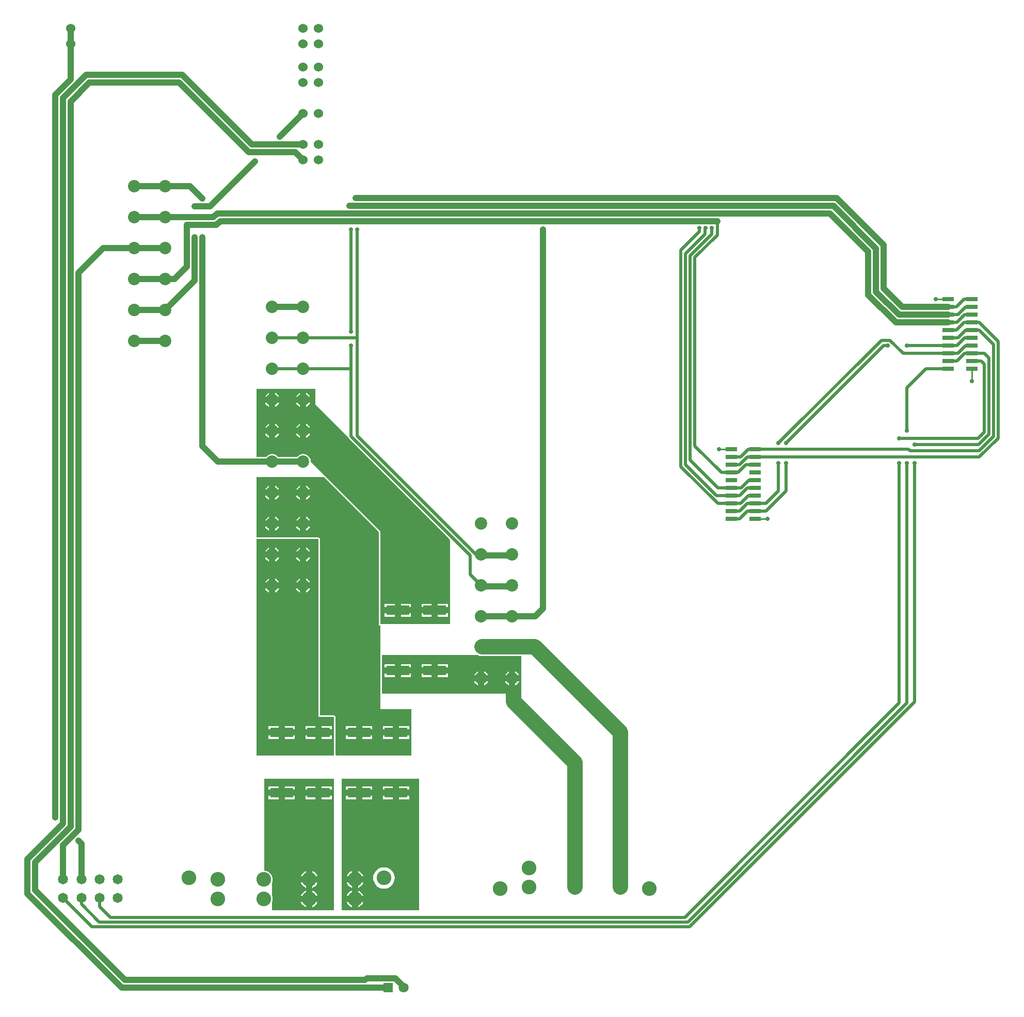
<source format=gtl>
G04 Layer_Physical_Order=1*
G04 Layer_Color=255*
%FSLAX24Y24*%
%MOIN*%
G70*
G01*
G75*
%ADD10R,0.0748X0.0256*%
%ADD11R,0.1500X0.0620*%
%ADD12C,0.0200*%
%ADD13C,0.0400*%
%ADD14C,0.1000*%
%ADD15C,0.0100*%
%ADD16C,0.0600*%
%ADD17C,0.0799*%
%ADD18C,0.0950*%
%ADD19C,0.0644*%
%ADD20R,0.0644X0.0644*%
%ADD21C,0.0650*%
%ADD22C,0.0290*%
G36*
X23000Y29000D02*
X24000D01*
Y26500D01*
X19000Y26500D01*
Y40500D01*
X23000D01*
Y29000D01*
D02*
G37*
G36*
X26898Y40958D02*
X26898Y35000D01*
X26906Y34961D01*
X26928Y34928D01*
X26961Y34906D01*
X27000Y34898D01*
X27000Y29500D01*
X29000D01*
Y26500D01*
X24152Y26500D01*
X24102Y26550D01*
Y29000D01*
X24094Y29039D01*
X24072Y29072D01*
X24039Y29094D01*
X24000Y29102D01*
X23102D01*
Y40500D01*
X23094Y40539D01*
X23072Y40572D01*
X23039Y40594D01*
X23000Y40602D01*
X19000D01*
Y44500D01*
X23356Y44500D01*
X26898Y40958D01*
D02*
G37*
G36*
X33306Y33000D02*
X33319Y32993D01*
X33432Y32959D01*
X33550Y32947D01*
X36100D01*
Y29900D01*
X35100D01*
Y30500D01*
X27102D01*
X27102Y33000D01*
X33306Y33000D01*
D02*
G37*
G36*
X22800Y49200D02*
X24906Y47094D01*
X24912Y47066D01*
X24956Y47000D01*
X31500Y40456D01*
X31500Y35000D01*
X27000D01*
X27000Y41000D01*
X22503Y45497D01*
X22504Y45500D01*
X22487Y45630D01*
X22436Y45752D01*
X22356Y45856D01*
X22252Y45936D01*
X22130Y45987D01*
X22000Y46004D01*
X21870Y45987D01*
X21748Y45936D01*
X21644Y45856D01*
X21602Y45803D01*
X20398D01*
X20356Y45856D01*
X20252Y45936D01*
X20130Y45987D01*
X20000Y46004D01*
X19870Y45987D01*
X19748Y45936D01*
X19644Y45856D01*
X19602Y45803D01*
X19000D01*
X19000Y50200D01*
X22800D01*
Y49200D01*
D02*
G37*
G36*
X29500Y16500D02*
X24500D01*
Y25000D01*
X29500D01*
Y16500D01*
D02*
G37*
G36*
X24000D02*
X20000Y16500D01*
Y17075D01*
X20010Y17100D01*
X20030Y17250D01*
X20010Y17400D01*
X20000Y17425D01*
X20000Y18325D01*
X20010Y18350D01*
X20030Y18500D01*
X20010Y18650D01*
X20000Y18675D01*
Y18700D01*
X19990D01*
X19952Y18790D01*
X19860Y18910D01*
X19740Y19002D01*
X19600Y19060D01*
X19500Y19073D01*
X19500Y25000D01*
X24000D01*
Y16500D01*
D02*
G37*
%LPC*%
G36*
X26460Y27800D02*
X25810D01*
Y27590D01*
X26460D01*
Y27800D01*
D02*
G37*
G36*
X27800D02*
X27150D01*
Y27590D01*
X27800D01*
Y27800D01*
D02*
G37*
G36*
X20410Y28410D02*
X19760D01*
Y28200D01*
X20410D01*
Y28410D01*
D02*
G37*
G36*
X22800D02*
X22150D01*
Y28200D01*
X22800D01*
Y28410D01*
D02*
G37*
G36*
X28850Y27800D02*
X28200D01*
Y27590D01*
X28850D01*
Y27800D01*
D02*
G37*
G36*
X25410D02*
X24760D01*
Y27590D01*
X25410D01*
Y27800D01*
D02*
G37*
G36*
X20410D02*
X19760D01*
Y27590D01*
X20410D01*
Y27800D01*
D02*
G37*
G36*
X28850Y24510D02*
X28200D01*
Y24300D01*
X28850D01*
Y24510D01*
D02*
G37*
G36*
X26460D02*
X25810D01*
Y24300D01*
X26460D01*
Y24510D01*
D02*
G37*
G36*
X23850Y27800D02*
X23200D01*
Y27590D01*
X23850D01*
Y27800D01*
D02*
G37*
G36*
X22800D02*
X22150D01*
Y27590D01*
X22800D01*
Y27800D01*
D02*
G37*
G36*
X21460D02*
X20810D01*
Y27590D01*
X21460D01*
Y27800D01*
D02*
G37*
G36*
X25410Y28410D02*
X24760D01*
Y28200D01*
X25410D01*
Y28410D01*
D02*
G37*
G36*
X27910Y31800D02*
X27260D01*
Y31590D01*
X27910D01*
Y31800D01*
D02*
G37*
G36*
X35958Y31300D02*
X35700D01*
Y31042D01*
X35752Y31064D01*
X35856Y31144D01*
X35936Y31248D01*
X35958Y31300D01*
D02*
G37*
G36*
X33958D02*
X33700D01*
Y31042D01*
X33752Y31064D01*
X33856Y31144D01*
X33936Y31248D01*
X33958Y31300D01*
D02*
G37*
G36*
X28960Y31800D02*
X28310D01*
Y31590D01*
X28960D01*
Y31800D01*
D02*
G37*
G36*
X33300Y31958D02*
X33248Y31936D01*
X33144Y31856D01*
X33064Y31752D01*
X33042Y31700D01*
X33300D01*
Y31958D01*
D02*
G37*
G36*
X31350Y31800D02*
X30700D01*
Y31590D01*
X31350D01*
Y31800D01*
D02*
G37*
G36*
X30300D02*
X29650D01*
Y31590D01*
X30300D01*
Y31800D01*
D02*
G37*
G36*
X23850Y28410D02*
X23200D01*
Y28200D01*
X23850D01*
Y28410D01*
D02*
G37*
G36*
X21460D02*
X20810D01*
Y28200D01*
X21460D01*
Y28410D01*
D02*
G37*
G36*
X27800D02*
X27150D01*
Y28200D01*
X27800D01*
Y28410D01*
D02*
G37*
G36*
X26460D02*
X25810D01*
Y28200D01*
X26460D01*
Y28410D01*
D02*
G37*
G36*
X35300Y31300D02*
X35042D01*
X35064Y31248D01*
X35144Y31144D01*
X35248Y31064D01*
X35300Y31042D01*
Y31300D01*
D02*
G37*
G36*
X33300D02*
X33042D01*
X33064Y31248D01*
X33144Y31144D01*
X33248Y31064D01*
X33300Y31042D01*
Y31300D01*
D02*
G37*
G36*
X28850Y28410D02*
X28200D01*
Y28200D01*
X28850D01*
Y28410D01*
D02*
G37*
G36*
X25150Y18300D02*
X24810D01*
X24848Y18210D01*
X24940Y18090D01*
X25060Y17998D01*
X25150Y17960D01*
Y18300D01*
D02*
G37*
G36*
X22200D02*
X21860D01*
X21898Y18210D01*
X21990Y18090D01*
X22110Y17998D01*
X22200Y17960D01*
Y18300D01*
D02*
G37*
G36*
X27220Y19293D02*
X27085Y19280D01*
X26955Y19241D01*
X26835Y19176D01*
X26730Y19090D01*
X26644Y18985D01*
X26579Y18865D01*
X26540Y18735D01*
X26527Y18600D01*
X26540Y18465D01*
X26579Y18335D01*
X26644Y18215D01*
X26730Y18110D01*
X26835Y18024D01*
X26955Y17959D01*
X27085Y17920D01*
X27220Y17907D01*
X27355Y17920D01*
X27485Y17959D01*
X27605Y18024D01*
X27710Y18110D01*
X27796Y18215D01*
X27861Y18335D01*
X27900Y18465D01*
X27913Y18600D01*
X27900Y18735D01*
X27861Y18865D01*
X27796Y18985D01*
X27710Y19090D01*
X27605Y19176D01*
X27485Y19241D01*
X27355Y19280D01*
X27220Y19293D01*
D02*
G37*
G36*
X22940Y18300D02*
X22600D01*
Y17960D01*
X22690Y17998D01*
X22810Y18090D01*
X22902Y18210D01*
X22940Y18300D01*
D02*
G37*
G36*
X25150Y19040D02*
X25060Y19002D01*
X24940Y18910D01*
X24848Y18790D01*
X24810Y18700D01*
X25150D01*
Y19040D01*
D02*
G37*
G36*
X22200D02*
X22110Y19002D01*
X21990Y18910D01*
X21898Y18790D01*
X21860Y18700D01*
X22200D01*
Y19040D01*
D02*
G37*
G36*
X25890Y18300D02*
X25550D01*
Y17960D01*
X25640Y17998D01*
X25760Y18090D01*
X25852Y18210D01*
X25890Y18300D01*
D02*
G37*
G36*
X25550Y17790D02*
Y17450D01*
X25890D01*
X25852Y17540D01*
X25760Y17660D01*
X25640Y17752D01*
X25550Y17790D01*
D02*
G37*
G36*
X22940Y17050D02*
X22600D01*
Y16710D01*
X22690Y16748D01*
X22810Y16840D01*
X22902Y16960D01*
X22940Y17050D01*
D02*
G37*
G36*
X25150D02*
X24810D01*
X24848Y16960D01*
X24940Y16840D01*
X25060Y16748D01*
X25150Y16710D01*
Y17050D01*
D02*
G37*
G36*
X22200D02*
X21860D01*
X21898Y16960D01*
X21990Y16840D01*
X22110Y16748D01*
X22200Y16710D01*
Y17050D01*
D02*
G37*
G36*
X25890D02*
X25550D01*
Y16710D01*
X25640Y16748D01*
X25760Y16840D01*
X25852Y16960D01*
X25890Y17050D01*
D02*
G37*
G36*
X22600Y17790D02*
Y17450D01*
X22940D01*
X22902Y17540D01*
X22810Y17660D01*
X22690Y17752D01*
X22600Y17790D01*
D02*
G37*
G36*
X25150D02*
X25060Y17752D01*
X24940Y17660D01*
X24848Y17540D01*
X24810Y17450D01*
X25150D01*
Y17790D01*
D02*
G37*
G36*
X22200D02*
X22110Y17752D01*
X21990Y17660D01*
X21898Y17540D01*
X21860Y17450D01*
X22200D01*
Y17790D01*
D02*
G37*
G36*
X22600Y19040D02*
Y18700D01*
X22940D01*
X22902Y18790D01*
X22810Y18910D01*
X22690Y19002D01*
X22600Y19040D01*
D02*
G37*
G36*
X22800Y24510D02*
X22150D01*
Y24300D01*
X22800D01*
Y24510D01*
D02*
G37*
G36*
X20410D02*
X19760D01*
Y24300D01*
X20410D01*
Y24510D01*
D02*
G37*
G36*
X28850Y23900D02*
X28200D01*
Y23690D01*
X28850D01*
Y23900D01*
D02*
G37*
G36*
X25410Y24510D02*
X24760D01*
Y24300D01*
X25410D01*
Y24510D01*
D02*
G37*
G36*
X23850D02*
X23200D01*
Y24300D01*
X23850D01*
Y24510D01*
D02*
G37*
G36*
X21460D02*
X20810D01*
Y24300D01*
X21460D01*
Y24510D01*
D02*
G37*
G36*
X27800D02*
X27150D01*
Y24300D01*
X27800D01*
Y24510D01*
D02*
G37*
G36*
Y23900D02*
X27150D01*
Y23690D01*
X27800D01*
Y23900D01*
D02*
G37*
G36*
X21460D02*
X20810D01*
Y23690D01*
X21460D01*
Y23900D01*
D02*
G37*
G36*
X20410D02*
X19760D01*
Y23690D01*
X20410D01*
Y23900D01*
D02*
G37*
G36*
X25550Y19040D02*
Y18700D01*
X25890D01*
X25852Y18790D01*
X25760Y18910D01*
X25640Y19002D01*
X25550Y19040D01*
D02*
G37*
G36*
X22800Y23900D02*
X22150D01*
Y23690D01*
X22800D01*
Y23900D01*
D02*
G37*
G36*
X26460D02*
X25810D01*
Y23690D01*
X26460D01*
Y23900D01*
D02*
G37*
G36*
X25410D02*
X24760D01*
Y23690D01*
X25410D01*
Y23900D01*
D02*
G37*
G36*
X23850D02*
X23200D01*
Y23690D01*
X23850D01*
Y23900D01*
D02*
G37*
G36*
X22458Y43300D02*
X22200D01*
Y43042D01*
X22252Y43064D01*
X22356Y43144D01*
X22436Y43248D01*
X22458Y43300D01*
D02*
G37*
G36*
X20458D02*
X20200D01*
Y43042D01*
X20252Y43064D01*
X20356Y43144D01*
X20436Y43248D01*
X20458Y43300D01*
D02*
G37*
G36*
X21800D02*
X21542D01*
X21564Y43248D01*
X21644Y43144D01*
X21748Y43064D01*
X21800Y43042D01*
Y43300D01*
D02*
G37*
G36*
X19800Y43958D02*
X19748Y43936D01*
X19644Y43856D01*
X19564Y43752D01*
X19542Y43700D01*
X19800D01*
Y43958D01*
D02*
G37*
G36*
X22200D02*
Y43700D01*
X22458D01*
X22436Y43752D01*
X22356Y43856D01*
X22252Y43936D01*
X22200Y43958D01*
D02*
G37*
G36*
X20200D02*
Y43700D01*
X20458D01*
X20436Y43752D01*
X20356Y43856D01*
X20252Y43936D01*
X20200Y43958D01*
D02*
G37*
G36*
X21800D02*
X21748Y43936D01*
X21644Y43856D01*
X21564Y43752D01*
X21542Y43700D01*
X21800D01*
Y43958D01*
D02*
G37*
G36*
X19800Y43300D02*
X19542D01*
X19564Y43248D01*
X19644Y43144D01*
X19748Y43064D01*
X19800Y43042D01*
Y43300D01*
D02*
G37*
G36*
X22458Y41300D02*
X22200D01*
Y41042D01*
X22252Y41064D01*
X22356Y41144D01*
X22436Y41248D01*
X22458Y41300D01*
D02*
G37*
G36*
X20458D02*
X20200D01*
Y41042D01*
X20252Y41064D01*
X20356Y41144D01*
X20436Y41248D01*
X20458Y41300D01*
D02*
G37*
G36*
X21800D02*
X21542D01*
X21564Y41248D01*
X21644Y41144D01*
X21748Y41064D01*
X21800Y41042D01*
Y41300D01*
D02*
G37*
G36*
X19800Y41958D02*
X19748Y41936D01*
X19644Y41856D01*
X19564Y41752D01*
X19542Y41700D01*
X19800D01*
Y41958D01*
D02*
G37*
G36*
X22200D02*
Y41700D01*
X22458D01*
X22436Y41752D01*
X22356Y41856D01*
X22252Y41936D01*
X22200Y41958D01*
D02*
G37*
G36*
X20200D02*
Y41700D01*
X20458D01*
X20436Y41752D01*
X20356Y41856D01*
X20252Y41936D01*
X20200Y41958D01*
D02*
G37*
G36*
X21800D02*
X21748Y41936D01*
X21644Y41856D01*
X21564Y41752D01*
X21542Y41700D01*
X21800D01*
Y41958D01*
D02*
G37*
G36*
X19800Y47300D02*
X19542D01*
X19564Y47248D01*
X19644Y47144D01*
X19748Y47064D01*
X19800Y47042D01*
Y47300D01*
D02*
G37*
G36*
X22458Y49300D02*
X22200D01*
Y49042D01*
X22252Y49064D01*
X22356Y49144D01*
X22436Y49248D01*
X22458Y49300D01*
D02*
G37*
G36*
X20458D02*
X20200D01*
Y49042D01*
X20252Y49064D01*
X20356Y49144D01*
X20436Y49248D01*
X20458Y49300D01*
D02*
G37*
G36*
X21800D02*
X21542D01*
X21564Y49248D01*
X21644Y49144D01*
X21748Y49064D01*
X21800Y49042D01*
Y49300D01*
D02*
G37*
G36*
X19800Y49958D02*
X19748Y49936D01*
X19644Y49856D01*
X19564Y49752D01*
X19542Y49700D01*
X19800D01*
Y49958D01*
D02*
G37*
G36*
X22200D02*
Y49700D01*
X22458D01*
X22436Y49752D01*
X22356Y49856D01*
X22252Y49936D01*
X22200Y49958D01*
D02*
G37*
G36*
X20200D02*
Y49700D01*
X20458D01*
X20436Y49752D01*
X20356Y49856D01*
X20252Y49936D01*
X20200Y49958D01*
D02*
G37*
G36*
X21800D02*
X21748Y49936D01*
X21644Y49856D01*
X21564Y49752D01*
X21542Y49700D01*
X21800D01*
Y49958D01*
D02*
G37*
G36*
X19800Y49300D02*
X19542D01*
X19564Y49248D01*
X19644Y49144D01*
X19748Y49064D01*
X19800Y49042D01*
Y49300D01*
D02*
G37*
G36*
X22458Y47300D02*
X22200D01*
Y47042D01*
X22252Y47064D01*
X22356Y47144D01*
X22436Y47248D01*
X22458Y47300D01*
D02*
G37*
G36*
X20458D02*
X20200D01*
Y47042D01*
X20252Y47064D01*
X20356Y47144D01*
X20436Y47248D01*
X20458Y47300D01*
D02*
G37*
G36*
X21800D02*
X21542D01*
X21564Y47248D01*
X21644Y47144D01*
X21748Y47064D01*
X21800Y47042D01*
Y47300D01*
D02*
G37*
G36*
X19800Y47958D02*
X19748Y47936D01*
X19644Y47856D01*
X19564Y47752D01*
X19542Y47700D01*
X19800D01*
Y47958D01*
D02*
G37*
G36*
X22200D02*
Y47700D01*
X22458D01*
X22436Y47752D01*
X22356Y47856D01*
X22252Y47936D01*
X22200Y47958D01*
D02*
G37*
G36*
X20200D02*
Y47700D01*
X20458D01*
X20436Y47752D01*
X20356Y47856D01*
X20252Y47936D01*
X20200Y47958D01*
D02*
G37*
G36*
X21800D02*
X21748Y47936D01*
X21644Y47856D01*
X21564Y47752D01*
X21542Y47700D01*
X21800D01*
Y47958D01*
D02*
G37*
G36*
X19800Y41300D02*
X19542D01*
X19564Y41248D01*
X19644Y41144D01*
X19748Y41064D01*
X19800Y41042D01*
Y41300D01*
D02*
G37*
G36*
X31350Y35700D02*
X30700D01*
Y35490D01*
X31350D01*
Y35700D01*
D02*
G37*
G36*
X30300D02*
X29650D01*
Y35490D01*
X30300D01*
Y35700D01*
D02*
G37*
G36*
X28960D02*
X28310D01*
Y35490D01*
X28960D01*
Y35700D01*
D02*
G37*
G36*
X27910Y36310D02*
X27260D01*
Y36100D01*
X27910D01*
Y36310D01*
D02*
G37*
G36*
X31350D02*
X30700D01*
Y36100D01*
X31350D01*
Y36310D01*
D02*
G37*
G36*
X28960D02*
X28310D01*
Y36100D01*
X28960D01*
Y36310D01*
D02*
G37*
G36*
X30300D02*
X29650D01*
Y36100D01*
X30300D01*
Y36310D01*
D02*
G37*
G36*
X27910Y35700D02*
X27260D01*
Y35490D01*
X27910D01*
Y35700D01*
D02*
G37*
G36*
X35700Y31958D02*
Y31700D01*
X35958D01*
X35936Y31752D01*
X35856Y31856D01*
X35752Y31936D01*
X35700Y31958D01*
D02*
G37*
G36*
X33700D02*
Y31700D01*
X33958D01*
X33936Y31752D01*
X33856Y31856D01*
X33752Y31936D01*
X33700Y31958D01*
D02*
G37*
G36*
X35300D02*
X35248Y31936D01*
X35144Y31856D01*
X35064Y31752D01*
X35042Y31700D01*
X35300D01*
Y31958D01*
D02*
G37*
G36*
X27910Y32410D02*
X27260D01*
Y32200D01*
X27910D01*
Y32410D01*
D02*
G37*
G36*
X31350D02*
X30700D01*
Y32200D01*
X31350D01*
Y32410D01*
D02*
G37*
G36*
X28960D02*
X28310D01*
Y32200D01*
X28960D01*
Y32410D01*
D02*
G37*
G36*
X30300D02*
X29650D01*
Y32200D01*
X30300D01*
Y32410D01*
D02*
G37*
G36*
X19800Y37300D02*
X19542D01*
X19564Y37248D01*
X19644Y37144D01*
X19748Y37064D01*
X19800Y37042D01*
Y37300D01*
D02*
G37*
G36*
X22458Y39300D02*
X22200D01*
Y39042D01*
X22252Y39064D01*
X22356Y39144D01*
X22436Y39248D01*
X22458Y39300D01*
D02*
G37*
G36*
X20458D02*
X20200D01*
Y39042D01*
X20252Y39064D01*
X20356Y39144D01*
X20436Y39248D01*
X20458Y39300D01*
D02*
G37*
G36*
X21800D02*
X21542D01*
X21564Y39248D01*
X21644Y39144D01*
X21748Y39064D01*
X21800Y39042D01*
Y39300D01*
D02*
G37*
G36*
X19800Y39958D02*
X19748Y39936D01*
X19644Y39856D01*
X19564Y39752D01*
X19542Y39700D01*
X19800D01*
Y39958D01*
D02*
G37*
G36*
X22200D02*
Y39700D01*
X22458D01*
X22436Y39752D01*
X22356Y39856D01*
X22252Y39936D01*
X22200Y39958D01*
D02*
G37*
G36*
X20200D02*
Y39700D01*
X20458D01*
X20436Y39752D01*
X20356Y39856D01*
X20252Y39936D01*
X20200Y39958D01*
D02*
G37*
G36*
X21800D02*
X21748Y39936D01*
X21644Y39856D01*
X21564Y39752D01*
X21542Y39700D01*
X21800D01*
Y39958D01*
D02*
G37*
G36*
X19800Y39300D02*
X19542D01*
X19564Y39248D01*
X19644Y39144D01*
X19748Y39064D01*
X19800Y39042D01*
Y39300D01*
D02*
G37*
G36*
X22458Y37300D02*
X22200D01*
Y37042D01*
X22252Y37064D01*
X22356Y37144D01*
X22436Y37248D01*
X22458Y37300D01*
D02*
G37*
G36*
X20458D02*
X20200D01*
Y37042D01*
X20252Y37064D01*
X20356Y37144D01*
X20436Y37248D01*
X20458Y37300D01*
D02*
G37*
G36*
X21800D02*
X21542D01*
X21564Y37248D01*
X21644Y37144D01*
X21748Y37064D01*
X21800Y37042D01*
Y37300D01*
D02*
G37*
G36*
X19800Y37958D02*
X19748Y37936D01*
X19644Y37856D01*
X19564Y37752D01*
X19542Y37700D01*
X19800D01*
Y37958D01*
D02*
G37*
G36*
X22200D02*
Y37700D01*
X22458D01*
X22436Y37752D01*
X22356Y37856D01*
X22252Y37936D01*
X22200Y37958D01*
D02*
G37*
G36*
X20200D02*
Y37700D01*
X20458D01*
X20436Y37752D01*
X20356Y37856D01*
X20252Y37936D01*
X20200Y37958D01*
D02*
G37*
G36*
X21800D02*
X21748Y37936D01*
X21644Y37856D01*
X21564Y37752D01*
X21542Y37700D01*
X21800D01*
Y37958D01*
D02*
G37*
%LPD*%
D10*
X65200Y51500D02*
D03*
Y52000D02*
D03*
Y52500D02*
D03*
Y53000D02*
D03*
Y53500D02*
D03*
Y54000D02*
D03*
Y54500D02*
D03*
Y55000D02*
D03*
Y55500D02*
D03*
Y56000D02*
D03*
X63665Y51500D02*
D03*
Y52000D02*
D03*
Y52500D02*
D03*
Y53000D02*
D03*
Y53500D02*
D03*
Y54000D02*
D03*
Y54500D02*
D03*
Y55000D02*
D03*
Y55500D02*
D03*
Y56000D02*
D03*
X49665Y46300D02*
D03*
Y45800D02*
D03*
Y45300D02*
D03*
Y44800D02*
D03*
Y44300D02*
D03*
Y43800D02*
D03*
Y43300D02*
D03*
Y42800D02*
D03*
Y42300D02*
D03*
Y41800D02*
D03*
X51200Y46300D02*
D03*
Y45800D02*
D03*
Y45300D02*
D03*
Y44800D02*
D03*
Y44300D02*
D03*
Y43800D02*
D03*
Y43300D02*
D03*
Y42800D02*
D03*
Y42300D02*
D03*
Y41800D02*
D03*
D11*
X28110Y35900D02*
D03*
Y32000D02*
D03*
X30500D02*
D03*
Y35900D02*
D03*
X23000Y28000D02*
D03*
Y24100D02*
D03*
X20610D02*
D03*
Y28000D02*
D03*
X25610D02*
D03*
Y24100D02*
D03*
X28000D02*
D03*
Y28000D02*
D03*
D12*
X61000Y53000D02*
X63380D01*
X59902Y53345D02*
X60747Y52500D01*
X59345Y53345D02*
X59902D01*
X60747Y52500D02*
X63665D01*
X52700Y46700D02*
X59345Y53345D01*
X59500Y53000D02*
X59750D01*
X46400Y59174D02*
X47600Y60374D01*
X46400Y45176D02*
Y59174D01*
X46700Y58949D02*
X47950Y60199D01*
X46700Y45300D02*
Y58949D01*
X47000Y58824D02*
X48400Y60224D01*
X47000Y45600D02*
Y58824D01*
X48750Y60150D02*
Y61050D01*
X47300Y58700D02*
X48750Y60150D01*
X47300Y46521D02*
Y58700D01*
X47950Y60199D02*
Y60550D01*
X48000Y60600D01*
X47600Y60374D02*
Y60600D01*
X8370Y15450D02*
X46974D01*
X8826Y15750D02*
X46850D01*
X7680Y16896D02*
X8826Y15750D01*
X7680Y16896D02*
Y17320D01*
X9550Y16050D02*
X46650D01*
X8860Y16740D02*
X9550Y16050D01*
X8860Y16740D02*
Y17320D01*
X25100Y47144D02*
X32800Y39444D01*
Y38200D02*
Y39444D01*
Y38200D02*
X33350Y37650D01*
Y37450D02*
Y37650D01*
X25100Y47144D02*
Y53000D01*
X22000Y51500D02*
X25000D01*
X20000D02*
X22000D01*
X20000Y53500D02*
X22000D01*
X46850Y15750D02*
X61000Y29900D01*
X62217Y51500D02*
X63665D01*
X61000Y50283D02*
X62217Y51500D01*
X61000Y47500D02*
Y50283D01*
X46650Y16050D02*
X60500Y29900D01*
Y47000D02*
X65600D01*
X66000Y47400D01*
X66900Y47027D02*
Y53274D01*
X66600Y47151D02*
Y53074D01*
X66300Y47276D02*
Y52200D01*
X66000Y47400D02*
Y51800D01*
X65800Y52000D02*
X66000Y51800D01*
X65674Y54500D02*
X66900Y53274D01*
X65674Y54000D02*
X66600Y53074D01*
X66000Y52500D02*
X66300Y52200D01*
X65200Y52500D02*
X66000D01*
X47000Y45600D02*
X48800Y43800D01*
X46700Y45300D02*
X48700Y43300D01*
X46400Y45176D02*
X48776Y42800D01*
X47300Y46521D02*
X49021Y44800D01*
X48400Y60224D02*
Y60600D01*
X50751Y46300D02*
X51200D01*
X50251Y45800D02*
X50751Y46300D01*
X50600Y45300D02*
X51200D01*
X50100Y44800D02*
X50600Y45300D01*
X49665Y44800D02*
X50100D01*
X64300Y55000D02*
X64800Y55500D01*
X63665Y55000D02*
X64300D01*
X64700Y56000D02*
X65200D01*
X64200Y55500D02*
X64700Y56000D01*
X63665Y55500D02*
X64200D01*
X64800D02*
X65200D01*
X64724Y55000D02*
X65200D01*
X49665Y45800D02*
X50251D01*
X64800Y54000D02*
X65200D01*
X49665Y45300D02*
X50176D01*
X50676Y45800D01*
X51200D01*
X64700Y54500D02*
X65200D01*
X63665D02*
X64224D01*
X64724Y55000D01*
X63665Y54000D02*
X64200D01*
X64700Y54500D01*
X63665Y53500D02*
X64300D01*
X64800Y54000D01*
X6500Y17320D02*
X8370Y15450D01*
X64224Y52000D02*
X64724Y52500D01*
X63665Y52000D02*
X64224D01*
X64724Y52500D02*
X65200D01*
Y54000D02*
X65674D01*
X65200Y54500D02*
X65674D01*
X65200Y52000D02*
X65800D01*
X50776Y44300D02*
X51200D01*
X50700Y43800D02*
X51200D01*
X49665Y42800D02*
X50251D01*
X49665Y43800D02*
X50276D01*
X50776Y44300D01*
X49665Y43300D02*
X50200D01*
X50700Y43800D01*
X50251Y42800D02*
X50751Y43300D01*
X51200D01*
X49665Y41800D02*
X50200D01*
X50700Y42300D01*
X51200D01*
X51900D01*
X53200Y43600D01*
Y45400D01*
X63665Y53000D02*
X64224D01*
X64724Y53500D01*
X65200D01*
X49665Y42300D02*
X50176D01*
X50676Y42800D01*
X51200D01*
X51900D01*
X52700Y43600D01*
Y45400D01*
X63665Y52500D02*
X64300D01*
X64800Y53000D01*
X65200D01*
X48776Y42800D02*
X49665D01*
X48700Y43300D02*
X49665D01*
X49021Y44800D02*
X49665D01*
X48800Y43800D02*
X49665D01*
X33219Y39450D02*
X33450D01*
X65624Y46600D02*
X66300Y47276D01*
X61500Y46600D02*
X65624D01*
X51200Y46300D02*
X61100D01*
X65649Y46200D02*
X66600Y47151D01*
X61100Y46300D02*
X61200Y46200D01*
X65649D01*
X61000Y29900D02*
Y45400D01*
X60500Y29900D02*
Y45400D01*
X46974Y15450D02*
X61500Y29976D01*
X65673Y45800D02*
X66900Y47027D01*
X51200Y45800D02*
X65673D01*
X61500Y29976D02*
Y45400D01*
X53200Y46700D02*
X59500Y53000D01*
X22000Y53500D02*
X25400D01*
X25500Y47169D02*
X33219Y39450D01*
X25500Y47169D02*
Y60500D01*
X25100Y53900D02*
Y60500D01*
D13*
X6000Y22500D02*
Y69207D01*
X7000Y70207D01*
Y72500D01*
Y73500D01*
X14000Y70000D02*
X18500Y65500D01*
X8207Y70000D02*
X14000D01*
X7000Y68793D02*
X8207Y70000D01*
X14207Y70500D02*
X18707Y66000D01*
X8000Y70500D02*
X14207D01*
X6500Y69000D02*
X8000Y70500D01*
X7500Y57700D02*
X9100Y59300D01*
X4700Y17800D02*
X10500Y12000D01*
X4200Y17593D02*
X10293Y11500D01*
X10500Y12000D02*
X26000D01*
X26122Y12122D01*
X27946D01*
X60286Y54500D02*
X63665D01*
X58500Y56286D02*
Y59086D01*
X60493Y55000D02*
X63665D01*
X59000Y56493D02*
Y59293D01*
X58500Y56286D02*
X60286Y54500D01*
X59000Y56493D02*
X60493Y55000D01*
X60700Y55500D02*
X63665D01*
X59500Y56700D02*
X60700Y55500D01*
X59500Y56700D02*
Y59500D01*
X56036Y61550D02*
X58500Y59086D01*
X56243Y62050D02*
X59000Y59293D01*
X56450Y62550D02*
X59500Y59500D01*
X16443Y61550D02*
X56036D01*
X25000Y62050D02*
X56243D01*
X25400Y62550D02*
X56450D01*
X47414Y61050D02*
X48750D01*
X16646Y61046D02*
X47410D01*
X16400Y60800D02*
X16646Y61046D01*
X14500Y60800D02*
X16400D01*
X14500Y58100D02*
Y60800D01*
X16193Y61300D02*
X16443Y61550D01*
X13100Y61300D02*
X16193D01*
X37500Y36000D02*
Y60500D01*
X47410Y61046D02*
X47414Y61050D01*
X16000Y62000D02*
X18900Y64900D01*
X15000Y62000D02*
X16000D01*
X21500Y65500D02*
X22000Y65000D01*
X18500Y65500D02*
X21500D01*
X18707Y66000D02*
X22000D01*
X27946Y12122D02*
X28484Y11584D01*
Y11500D02*
Y11584D01*
X10293Y11500D02*
X27500D01*
X20500Y66500D02*
X22000Y68000D01*
X11100Y63300D02*
X13100D01*
X20000Y55500D02*
X22000D01*
X20000Y45500D02*
X22000D01*
X16500D02*
X20000D01*
X15500Y46500D02*
X16500Y45500D01*
X33350Y37450D02*
X35350D01*
X33450Y39450D02*
X35450D01*
X15500Y46500D02*
Y60000D01*
X13100Y55300D02*
X15000Y57200D01*
Y60000D01*
X13700Y57300D02*
X14500Y58100D01*
X13100Y57300D02*
X13700D01*
X9100Y59300D02*
X11100D01*
X13100D01*
Y63300D02*
X14700D01*
X15500Y62500D01*
X11100Y57300D02*
X13100D01*
X11100Y55300D02*
X13100D01*
X11100Y53300D02*
X13100D01*
X33750Y35500D02*
X37000D01*
X37500Y36000D01*
X7000Y21914D02*
Y68793D01*
X6500Y22121D02*
Y69000D01*
X4200Y17593D02*
Y19821D01*
X6500Y22121D01*
X4700Y17800D02*
Y19614D01*
X7000Y21914D01*
X7500Y21707D02*
Y57700D01*
X6500Y18500D02*
Y20707D01*
X7500Y21707D01*
Y21000D02*
X7680Y20820D01*
Y18500D02*
Y20820D01*
X11100Y61300D02*
X13100D01*
D14*
X36950Y33550D02*
X42500Y28000D01*
X33550Y33550D02*
X36950D01*
X42500Y19250D02*
Y28000D01*
X39550Y18000D02*
Y19250D01*
X42500Y18000D02*
Y19250D01*
X35600Y30000D02*
X39550Y26050D01*
Y19250D02*
Y26050D01*
D15*
X51200Y41800D02*
X52000D01*
X48865Y46300D02*
X49665D01*
X65200Y50700D02*
Y51500D01*
X62865Y56000D02*
X63665D01*
D16*
X7000Y73500D02*
D03*
Y72500D02*
D03*
X23000Y65000D02*
D03*
X22000D02*
D03*
X23000Y66000D02*
D03*
X22000D02*
D03*
X23000Y70000D02*
D03*
X22000D02*
D03*
X23000Y71000D02*
D03*
X22000D02*
D03*
X23000Y72500D02*
D03*
X22000D02*
D03*
X23000Y73500D02*
D03*
X22000D02*
D03*
X23000Y68000D02*
D03*
X22000D02*
D03*
D17*
X20000Y53500D02*
D03*
Y51500D02*
D03*
X35500Y41500D02*
D03*
Y39500D02*
D03*
Y37500D02*
D03*
Y35500D02*
D03*
Y33500D02*
D03*
Y31500D02*
D03*
X33500D02*
D03*
Y33500D02*
D03*
Y35500D02*
D03*
Y37500D02*
D03*
Y39500D02*
D03*
Y41500D02*
D03*
X20000Y43500D02*
D03*
Y41500D02*
D03*
Y39500D02*
D03*
X22000D02*
D03*
Y41500D02*
D03*
Y43500D02*
D03*
Y37500D02*
D03*
X20000D02*
D03*
X22000Y55500D02*
D03*
Y53500D02*
D03*
Y51500D02*
D03*
Y49500D02*
D03*
Y47500D02*
D03*
Y45500D02*
D03*
X20000D02*
D03*
Y47500D02*
D03*
Y49500D02*
D03*
Y55500D02*
D03*
X13100Y63300D02*
D03*
Y61300D02*
D03*
Y59300D02*
D03*
Y57300D02*
D03*
Y55300D02*
D03*
Y53300D02*
D03*
X11100D02*
D03*
Y55300D02*
D03*
Y57300D02*
D03*
Y59300D02*
D03*
Y61300D02*
D03*
Y63300D02*
D03*
D18*
X14630Y18600D02*
D03*
X27220D02*
D03*
X25350Y17250D02*
D03*
X22400D02*
D03*
X19450D02*
D03*
X16500D02*
D03*
Y18500D02*
D03*
X19450D02*
D03*
X22400D02*
D03*
X25350D02*
D03*
X34730Y17900D02*
D03*
X44370D02*
D03*
X42500Y19250D02*
D03*
X39550D02*
D03*
X36600D02*
D03*
Y18000D02*
D03*
X39550D02*
D03*
X42500D02*
D03*
D19*
X28484Y11500D02*
D03*
D20*
X27500D02*
D03*
D21*
X8860Y18500D02*
D03*
Y17320D02*
D03*
X10040D02*
D03*
X7680D02*
D03*
X6500D02*
D03*
X10040Y18500D02*
D03*
X7680D02*
D03*
X6500Y18500D02*
D03*
D22*
X61000Y53000D02*
D03*
X59750D02*
D03*
X48000Y62550D02*
D03*
X25400D02*
D03*
X47600Y62050D02*
D03*
X25000D02*
D03*
X48400Y61550D02*
D03*
X48000Y60600D02*
D03*
X47600D02*
D03*
X37500Y61546D02*
D03*
X18900Y64900D02*
D03*
X20500Y66500D02*
D03*
X25100Y53000D02*
D03*
X15500Y60000D02*
D03*
X15000D02*
D03*
Y62000D02*
D03*
X61000Y47500D02*
D03*
X60500Y47000D02*
D03*
X37500Y60500D02*
D03*
X53200Y46700D02*
D03*
Y45400D02*
D03*
X52700Y46700D02*
D03*
Y45400D02*
D03*
X48400Y60600D02*
D03*
X15500Y62500D02*
D03*
X6000Y22500D02*
D03*
X7500Y21000D02*
D03*
X52000Y41800D02*
D03*
X48865Y46300D02*
D03*
X65200Y50700D02*
D03*
X62865Y56000D02*
D03*
X25100Y60500D02*
D03*
X61500Y46600D02*
D03*
X61000Y45400D02*
D03*
X60500D02*
D03*
X61500D02*
D03*
X25500Y60500D02*
D03*
X25100Y53900D02*
D03*
M02*

</source>
